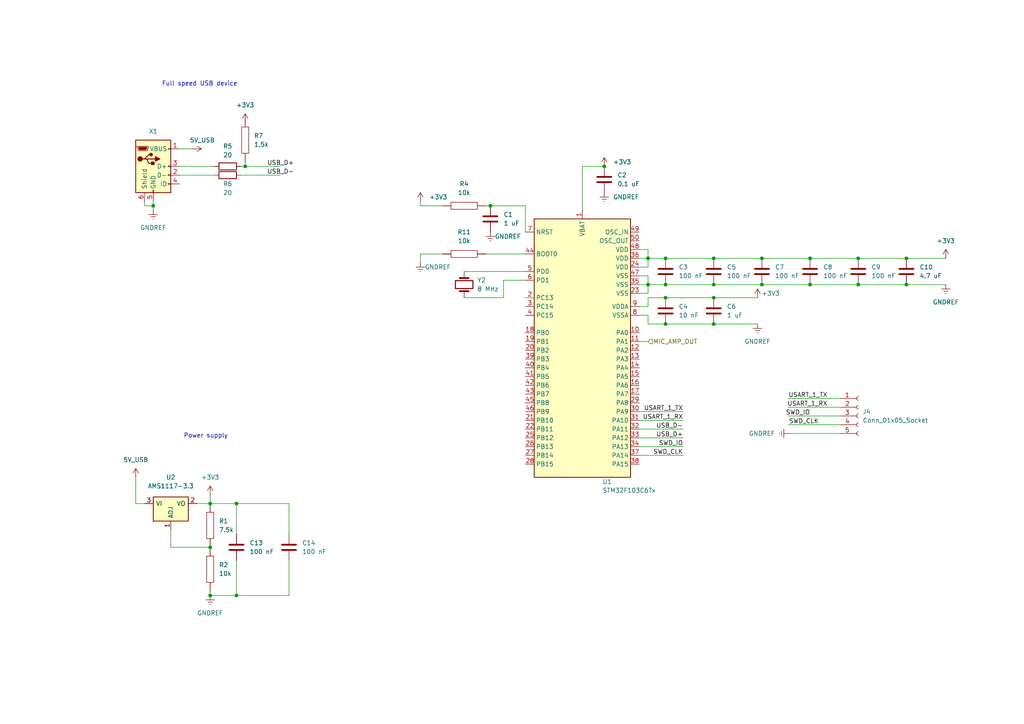
<source format=kicad_sch>
(kicad_sch (version 20231120) (generator "eeschema") (generator_version "8.0")
  (paper "A4")
  (lib_symbols
    (symbol "Connector:Conn_01x05_Socket" (pin_names (offset 1.016) hide)
      (property "Reference" "J" (at 0 7.62 0))
      (property "Value" "Conn_01x05_Socket" (at 0 -7.62 0))
      (symbol "Conn_01x05_Socket_1_1"
        (arc (start 0 -4.572) (mid -0.5058 -5.08) (end 0 -5.588) (stroke (width 0.1524)))
        (arc (start 0 -2.032) (mid -0.5058 -2.54) (end 0 -3.048) (stroke (width 0.1524)))
        (polyline (pts (xy -1.27 -5.08) (xy -0.508 -5.08)) (stroke (width 0.1524)))
        (polyline (pts (xy -1.27 -2.54) (xy -0.508 -2.54)) (stroke (width 0.1524)))
        (polyline (pts (xy -1.27 0) (xy -0.508 0)) (stroke (width 0.1524)))
        (polyline (pts (xy -1.27 2.54) (xy -0.508 2.54)) (stroke (width 0.1524)))
        (polyline (pts (xy -1.27 5.08) (xy -0.508 5.08)) (stroke (width 0.1524)))
        (arc (start 0 0.508) (mid -0.5058 0) (end 0 -0.508) (stroke (width 0.1524)))
        (arc (start 0 3.048) (mid -0.5058 2.54) (end 0 2.032) (stroke (width 0.1524)))
        (arc (start 0 5.588) (mid -0.5058 5.08) (end 0 4.572) (stroke (width 0.1524)))
        (pin passive line (at -5.08 5.08 0) (length 3.81) (name "Pin_1") (number "1"))
        (pin passive line (at -5.08 2.54 0) (length 3.81) (name "Pin_2") (number "2"))
        (pin passive line (at -5.08 0 0) (length 3.81) (name "Pin_3") (number "3"))
        (pin passive line (at -5.08 -2.54 0) (length 3.81) (name "Pin_4") (number "4"))
        (pin passive line (at -5.08 -5.08 0) (length 3.81) (name "Pin_5") (number "5"))
      )
    )
    (symbol "Connector:USB_B_Micro" (pin_names (offset 1.016))
      (property "Reference" "J" (at -5.08 11.43 0))
      (property "Value" "USB_B_Micro" (at -5.08 8.89 0))
      (symbol "USB_B_Micro_0_1"
        (rectangle (start -5.08 -7.62) (end 5.08 7.62) (stroke (width 0.254)) (fill (type background)))
        (circle (center -3.81 2.159) (radius 0.635) (stroke (width 0.254)) (fill (type outline)))
        (circle (center -0.635 3.429) (radius 0.381) (stroke (width 0.254)) (fill (type outline)))
        (rectangle (start -0.127 -7.62) (end 0.127 -6.858))
        (polyline (pts (xy -1.905 2.159) (xy 0.635 2.159)) (stroke (width 0.254)))
        (polyline (pts (xy -3.175 2.159) (xy -2.54 2.159) (xy -1.27 3.429) (xy -0.635 3.429)) (stroke (width 0.254)))
        (polyline (pts (xy -2.54 2.159) (xy -1.905 2.159) (xy -1.27 0.889) (xy 0 0.889)) (stroke (width 0.254)))
        (polyline (pts (xy 0.635 2.794) (xy 0.635 1.524) (xy 1.905 2.159) (xy 0.635 2.794)) (stroke (width 0.254)) (fill (type outline)))
        (polyline (pts (xy -4.318 5.588) (xy -1.778 5.588) (xy -2.032 4.826) (xy -4.064 4.826) (xy -4.318 5.588)) (fill (type outline)))
        (polyline (pts (xy -4.699 5.842) (xy -4.699 5.588) (xy -4.445 4.826) (xy -4.445 4.572) (xy -1.651 4.572) (xy -1.651 4.826) (xy -1.397 5.588) (xy -1.397 5.842) (xy -4.699 5.842)))
        (rectangle (start 0.254 1.27) (end -0.508 0.508) (stroke (width 0.254)) (fill (type outline)))
        (rectangle (start 5.08 -5.207) (end 4.318 -4.953))
        (rectangle (start 5.08 -2.667) (end 4.318 -2.413))
        (rectangle (start 5.08 -0.127) (end 4.318 0.127))
        (rectangle (start 5.08 4.953) (end 4.318 5.207))
      )
      (symbol "USB_B_Micro_1_1"
        (pin power_out line (at 7.62 5.08 180) (length 2.54) (name "VBUS") (number "1"))
        (pin bidirectional line (at 7.62 -2.54 180) (length 2.54) (name "D-") (number "2"))
        (pin bidirectional line (at 7.62 0 180) (length 2.54) (name "D+") (number "3"))
        (pin passive line (at 7.62 -5.08 180) (length 2.54) (name "ID") (number "4"))
        (pin power_out line (at 0 -10.16 90) (length 2.54) (name "GND") (number "5"))
        (pin passive line (at -2.54 -10.16 90) (length 2.54) (name "Shield") (number "6"))
      )
    )
    (symbol "Device:C" (pin_numbers hide) (pin_names (offset 0.254))
      (property "Reference" "C" (at 0.635 2.54 0))
      (property "Value" "C" (at 0.635 -2.54 0))
      (symbol "C_0_1"
        (polyline (pts (xy -2.032 -0.762) (xy 2.032 -0.762)) (stroke (width 0.508)))
        (polyline (pts (xy -2.032 0.762) (xy 2.032 0.762)) (stroke (width 0.508)))
      )
      (symbol "C_1_1"
        (pin passive line (at 0 3.81 270) (length 2.794) (name "~") (number "1"))
        (pin passive line (at 0 -3.81 90) (length 2.794) (name "~") (number "2"))
      )
    )
    (symbol "Device:Crystal" (pin_numbers hide) (pin_names (offset 1.016) hide)
      (property "Reference" "Y" (at 0 3.81 0))
      (property "Value" "Crystal" (at 0 -3.81 0))
      (symbol "Crystal_0_1"
        (rectangle (start -1.143 2.54) (end 1.143 -2.54) (stroke (width 0.3048)))
        (polyline (pts (xy -2.54 0) (xy -1.905 0)))
        (polyline (pts (xy -1.905 -1.27) (xy -1.905 1.27)) (stroke (width 0.508)))
        (polyline (pts (xy 1.905 -1.27) (xy 1.905 1.27)) (stroke (width 0.508)))
        (polyline (pts (xy 2.54 0) (xy 1.905 0)))
      )
      (symbol "Crystal_1_1"
        (pin passive line (at -3.81 0 0) (length 1.27) (name "1") (number "1"))
        (pin passive line (at 3.81 0 180) (length 1.27) (name "2") (number "2"))
      )
    )
    (symbol "Device:R" (pin_numbers hide) (pin_names (offset 0))
      (property "Reference" "R" (at 2.032 0 90))
      (property "Value" "R" (at 0 0 90))
      (symbol "R_0_1"
        (rectangle (start -1.016 -2.54) (end 1.016 2.54) (stroke (width 0.254)))
      )
      (symbol "R_1_1"
        (pin passive line (at 0 3.81 270) (length 1.27) (name "~") (number "1"))
        (pin passive line (at 0 -3.81 90) (length 1.27) (name "~") (number "2"))
      )
    )
    (symbol "MCU_ST_STM32F1:STM32F103C6Tx"
      (property "Reference" "U1" (at 4.5594 -38.1 0))
      (property "Value" "STM32F103C6Tx" (at 4.5594 -40.64 0))
      (symbol "STM32F103C6Tx_0_1"
        (rectangle (start -15.24 38.1) (end 12.7 -36.83) (stroke (width 0.254)) (fill (type background)))
      )
      (symbol "STM32F103C6Tx_1_1"
        (pin power_in line (at -1.27 40.64 270) (length 2.54) (name "VBAT") (number "1"))
        (pin bidirectional line (at 15.24 5.08 180) (length 2.54) (name "PA0") (number "10"))
        (pin bidirectional line (at 15.24 2.54 180) (length 2.54) (name "PA1") (number "11"))
        (pin bidirectional line (at 15.24 0 180) (length 2.54) (name "PA2") (number "12"))
        (pin bidirectional line (at 15.24 -2.54 180) (length 2.54) (name "PA3") (number "13"))
        (pin bidirectional line (at 15.24 -5.08 180) (length 2.54) (name "PA4") (number "14"))
        (pin bidirectional line (at 15.24 -7.62 180) (length 2.54) (name "PA5") (number "15"))
        (pin bidirectional line (at 15.24 -10.16 180) (length 2.54) (name "PA6") (number "16"))
        (pin bidirectional line (at 15.24 -12.7 180) (length 2.54) (name "PA7") (number "17"))
        (pin bidirectional line (at -17.78 5.08 0) (length 2.54) (name "PB0") (number "18"))
        (pin bidirectional line (at -17.78 2.54 0) (length 2.54) (name "PB1") (number "19"))
        (pin bidirectional line (at -17.78 15.24 0) (length 2.54) (name "PC13") (number "2"))
        (pin bidirectional line (at -17.78 0 0) (length 2.54) (name "PB2") (number "20"))
        (pin bidirectional line (at -17.78 -20.32 0) (length 2.54) (name "PB10") (number "21"))
        (pin bidirectional line (at -17.78 -22.86 0) (length 2.54) (name "PB11") (number "22"))
        (pin power_in line (at 15.24 16.51 180) (length 2.54) (name "VSS") (number "23"))
        (pin power_in line (at 15.24 24.13 180) (length 2.54) (name "VDD") (number "24"))
        (pin bidirectional line (at -17.78 -25.4 0) (length 2.54) (name "PB12") (number "25"))
        (pin bidirectional line (at -17.78 -27.94 0) (length 2.54) (name "PB13") (number "26"))
        (pin bidirectional line (at -17.78 -30.48 0) (length 2.54) (name "PB14") (number "27"))
        (pin bidirectional line (at -17.78 -33.02 0) (length 2.54) (name "PB15") (number "28"))
        (pin bidirectional line (at 15.24 -15.24 180) (length 2.54) (name "PA8") (number "29"))
        (pin bidirectional line (at -17.78 12.7 0) (length 2.54) (name "PC14") (number "3"))
        (pin bidirectional line (at 15.24 -17.78 180) (length 2.54) (name "PA9") (number "30"))
        (pin bidirectional line (at 15.24 -20.32 180) (length 2.54) (name "PA10") (number "31"))
        (pin bidirectional line (at 15.24 -22.86 180) (length 2.54) (name "PA11") (number "32"))
        (pin bidirectional line (at 15.24 -25.4 180) (length 2.54) (name "PA12") (number "33"))
        (pin bidirectional line (at 15.24 -27.94 180) (length 2.54) (name "PA13") (number "34"))
        (pin power_in line (at 15.24 19.05 180) (length 2.54) (name "VSS") (number "35"))
        (pin power_in line (at 15.24 26.67 180) (length 2.54) (name "VDD") (number "36"))
        (pin bidirectional line (at 15.24 -30.48 180) (length 2.54) (name "PA14") (number "37"))
        (pin bidirectional line (at 15.24 -33.02 180) (length 2.54) (name "PA15") (number "38"))
        (pin bidirectional line (at -17.78 -2.54 0) (length 2.54) (name "PB3") (number "39"))
        (pin bidirectional line (at -17.78 10.16 0) (length 2.54) (name "PC15") (number "4"))
        (pin bidirectional line (at -17.78 -5.08 0) (length 2.54) (name "PB4") (number "40"))
        (pin bidirectional line (at -17.78 -7.62 0) (length 2.54) (name "PB5") (number "41"))
        (pin bidirectional line (at -17.78 -10.16 0) (length 2.54) (name "PB6") (number "42"))
        (pin bidirectional line (at -17.78 -12.7 0) (length 2.54) (name "PB7") (number "43"))
        (pin input line (at -17.78 27.94 0) (length 2.54) (name "BOOT0") (number "44"))
        (pin bidirectional line (at -17.78 -15.24 0) (length 2.54) (name "PB8") (number "45"))
        (pin bidirectional line (at -17.78 -17.78 0) (length 2.54) (name "PB9") (number "46"))
        (pin power_in line (at 15.24 21.59 180) (length 2.54) (name "VSS") (number "47"))
        (pin power_in line (at 15.24 29.21 180) (length 2.54) (name "VDD") (number "48"))
        (pin input line (at 15.24 34.29 180) (length 2.54) (name "OSC_IN") (number "49"))
        (pin input line (at -17.78 22.86 0) (length 2.54) (name "PD0") (number "5"))
        (pin output line (at 15.24 31.75 180) (length 2.54) (name "OSC_OUT") (number "50"))
        (pin input line (at -17.78 20.32 0) (length 2.54) (name "PD1") (number "6"))
        (pin input line (at -17.78 34.29 0) (length 2.54) (name "NRST") (number "7"))
        (pin power_in line (at 15.24 10.16 180) (length 2.54) (name "VSSA") (number "8"))
        (pin power_in line (at 15.24 12.7 180) (length 2.54) (name "VDDA") (number "9"))
      )
    )
    (symbol "Regulator_Linear:AMS1117" (pin_names (offset 0.762))
      (property "Reference" "U" (at -3.81 3.175 0))
      (property "Value" "AMS1117" (at 0 3.175 0))
      (symbol "AMS1117_0_1"
        (rectangle (start -5.08 -5.08) (end 5.08 1.905) (stroke (width 0.254)) (fill (type background)))
      )
      (symbol "AMS1117_1_1"
        (pin input line (at 0 -7.62 90) (length 2.54) (name "ADJ") (number "1"))
        (pin power_out line (at 7.62 0 180) (length 2.54) (name "VO") (number "2"))
        (pin power_in line (at -7.62 0 0) (length 2.54) (name "VI") (number "3"))
      )
    )
    (symbol "power:+3V3" (power) (pin_names (offset 0))
      (property "Value" "+3V3" (at 0 3.556 0))
      (symbol "+3V3_0_1"
        (polyline (pts (xy -0.762 1.27) (xy 0 2.54)))
        (polyline (pts (xy 0 0) (xy 0 2.54)))
        (polyline (pts (xy 0 2.54) (xy 0.762 1.27)))
      )
      (symbol "+3V3_1_1"
        (pin power_in line (at 0 0 90) (length 0) hide (name "+3V3") (number "1"))
      )
    )
    (symbol "power:GNDREF" (power) (pin_names (offset 0))
      (property "Value" "GNDREF" (at 0 -3.81 0))
      (symbol "GNDREF_0_1"
        (polyline (pts (xy -0.635 -1.905) (xy 0.635 -1.905)))
        (polyline (pts (xy -0.127 -2.54) (xy 0.127 -2.54)))
        (polyline (pts (xy 0 -1.27) (xy 0 0)))
        (polyline (pts (xy 1.27 -1.27) (xy -1.27 -1.27)))
      )
      (symbol "GNDREF_1_1"
        (pin power_in line (at 0 0 270) (length 0) hide (name "GNDREF") (number "1"))
      )
    )
    (symbol "power:VCC" (power) (pin_names (offset 0))
      (property "Value" "VCC" (at 0 3.81 0))
      (symbol "VCC_0_1"
        (polyline (pts (xy -0.762 1.27) (xy 0 2.54)))
        (polyline (pts (xy 0 0) (xy 0 2.54)))
        (polyline (pts (xy 0 2.54) (xy 0.762 1.27)))
      )
      (symbol "VCC_1_1"
        (pin power_in line (at 0 0 90) (length 0) hide (name "VCC") (number "1"))
      )
    )
    (symbol "pspice:R" (pin_numbers hide) (pin_names (offset 0))
      (property "Reference" "R" (at 2.032 0 90))
      (property "Value" "R" (at 0 0 90))
      (symbol "R_0_1"
        (rectangle (start -1.016 3.81) (end 1.016 -3.81))
      )
      (symbol "R_1_1"
        (pin passive line (at 0 6.35 270) (length 2.54) (name "~") (number "1"))
        (pin passive line (at 0 -6.35 90) (length 2.54) (name "~") (number "2"))
      )
    )
  )
  (junction (at 193.04 93.98))
  (junction (at 60.96 172.72))
  (junction (at 193.04 86.36))
  (junction (at 193.04 82.55))
  (junction (at 234.95 82.55))
  (junction (at 142.24 59.69))
  (junction (at 60.96 146.05))
  (junction (at 68.58 146.05))
  (junction (at 175.26 48.26))
  (junction (at 262.89 74.93))
  (junction (at 248.92 74.93))
  (junction (at 193.04 74.93))
  (junction (at 234.95 74.93))
  (junction (at 207.01 93.98))
  (junction (at 207.01 86.36))
  (junction (at 44.45 59.69))
  (junction (at 220.98 82.55))
  (junction (at 60.96 158.75))
  (junction (at 262.89 82.55))
  (junction (at 71.12 48.26))
  (junction (at 187.96 82.55))
  (junction (at 207.01 82.55))
  (junction (at 220.98 74.93))
  (junction (at 207.01 74.93))
  (junction (at 187.96 74.93))
  (junction (at 68.58 172.72))
  (junction (at 248.92 82.55))
  (wire (pts (xy 193.04 93.98) (xy 207.01 93.98)))
  (wire (pts (xy 185.42 129.54) (xy 198.12 129.54)))
  (wire (pts (xy 57.15 146.05) (xy 60.96 146.05)))
  (wire (pts (xy 121.92 59.69) (xy 128.27 59.69)))
  (wire (pts (xy 187.96 91.44) (xy 185.42 91.44)))
  (wire (pts (xy 187.96 80.01) (xy 187.96 82.55)))
  (wire (pts (xy 60.96 172.72) (xy 60.96 171.45)))
  (wire (pts (xy 207.01 93.98) (xy 219.71 93.98)))
  (wire (pts (xy 71.12 46.99) (xy 71.12 48.26)))
  (wire (pts (xy 49.53 153.67) (xy 49.53 158.75)))
  (wire (pts (xy 41.91 58.42) (xy 41.91 59.69)))
  (wire (pts (xy 60.96 146.05) (xy 68.58 146.05)))
  (wire (pts (xy 234.95 74.93) (xy 248.92 74.93)))
  (wire (pts (xy 187.96 74.93) (xy 187.96 72.39)))
  (wire (pts (xy 185.42 80.01) (xy 187.96 80.01)))
  (wire (pts (xy 187.96 88.9) (xy 187.96 86.36)))
  (wire (pts (xy 187.96 82.55) (xy 187.96 85.09)))
  (wire (pts (xy 228.6 123.19) (xy 243.84 123.19)))
  (wire (pts (xy 44.45 58.42) (xy 44.45 59.69)))
  (wire (pts (xy 185.42 127) (xy 198.12 127)))
  (wire (pts (xy 140.97 59.69) (xy 142.24 59.69)))
  (wire (pts (xy 52.07 50.8) (xy 62.23 50.8)))
  (wire (pts (xy 168.91 60.96) (xy 168.91 48.26)))
  (wire (pts (xy 121.92 58.42) (xy 121.92 59.69)))
  (wire (pts (xy 71.12 34.29) (xy 71.12 35.56)))
  (wire (pts (xy 185.42 99.06) (xy 187.96 99.06)))
  (wire (pts (xy 52.07 48.26) (xy 62.23 48.26)))
  (wire (pts (xy 193.04 74.93) (xy 207.01 74.93)))
  (wire (pts (xy 185.42 82.55) (xy 187.96 82.55)))
  (wire (pts (xy 152.4 59.69) (xy 152.4 67.31)))
  (wire (pts (xy 228.6 115.57) (xy 243.84 115.57)))
  (wire (pts (xy 193.04 82.55) (xy 207.01 82.55)))
  (wire (pts (xy 185.42 77.47) (xy 187.96 77.47)))
  (wire (pts (xy 152.4 73.66) (xy 140.97 73.66)))
  (wire (pts (xy 69.85 48.26) (xy 71.12 48.26)))
  (wire (pts (xy 187.96 86.36) (xy 193.04 86.36)))
  (wire (pts (xy 248.92 74.93) (xy 262.89 74.93)))
  (wire (pts (xy 146.05 86.36) (xy 146.05 81.28)))
  (wire (pts (xy 168.91 48.26) (xy 175.26 48.26)))
  (wire (pts (xy 187.96 82.55) (xy 193.04 82.55)))
  (wire (pts (xy 185.42 132.08) (xy 198.12 132.08)))
  (wire (pts (xy 39.37 146.05) (xy 41.91 146.05)))
  (wire (pts (xy 228.6 118.11) (xy 243.84 118.11)))
  (wire (pts (xy 68.58 146.05) (xy 83.82 146.05)))
  (wire (pts (xy 207.01 86.36) (xy 219.71 86.36)))
  (wire (pts (xy 185.42 124.46) (xy 198.12 124.46)))
  (wire (pts (xy 68.58 172.72) (xy 83.82 172.72)))
  (wire (pts (xy 68.58 146.05) (xy 68.58 154.94)))
  (wire (pts (xy 60.96 146.05) (xy 60.96 143.51)))
  (wire (pts (xy 60.96 172.72) (xy 68.58 172.72)))
  (wire (pts (xy 187.96 74.93) (xy 193.04 74.93)))
  (wire (pts (xy 41.91 59.69) (xy 44.45 59.69)))
  (wire (pts (xy 228.6 125.73) (xy 243.84 125.73)))
  (wire (pts (xy 44.45 59.69) (xy 44.45 60.96)))
  (wire (pts (xy 187.96 93.98) (xy 193.04 93.98)))
  (wire (pts (xy 83.82 146.05) (xy 83.82 154.94)))
  (wire (pts (xy 187.96 72.39) (xy 185.42 72.39)))
  (wire (pts (xy 185.42 121.92) (xy 198.12 121.92)))
  (wire (pts (xy 185.42 119.38) (xy 198.12 119.38)))
  (wire (pts (xy 152.4 86.36) (xy 154.94 86.36)))
  (wire (pts (xy 234.95 82.55) (xy 248.92 82.55)))
  (wire (pts (xy 185.42 74.93) (xy 187.96 74.93)))
  (wire (pts (xy 68.58 162.56) (xy 68.58 172.72)))
  (wire (pts (xy 134.62 86.36) (xy 146.05 86.36)))
  (wire (pts (xy 248.92 82.55) (xy 262.89 82.55)))
  (wire (pts (xy 69.85 50.8) (xy 81.28 50.8)))
  (wire (pts (xy 39.37 138.43) (xy 39.37 146.05)))
  (wire (pts (xy 187.96 88.9) (xy 185.42 88.9)))
  (wire (pts (xy 262.89 74.93) (xy 274.32 74.93)))
  (wire (pts (xy 71.12 48.26) (xy 81.28 48.26)))
  (wire (pts (xy 49.53 158.75) (xy 60.96 158.75)))
  (wire (pts (xy 228.6 120.65) (xy 243.84 120.65)))
  (wire (pts (xy 55.88 43.18) (xy 52.07 43.18)))
  (wire (pts (xy 262.89 82.55) (xy 274.32 82.55)))
  (wire (pts (xy 187.96 91.44) (xy 187.96 93.98)))
  (wire (pts (xy 83.82 162.56) (xy 83.82 172.72)))
  (wire (pts (xy 193.04 86.36) (xy 207.01 86.36)))
  (wire (pts (xy 187.96 85.09) (xy 185.42 85.09)))
  (wire (pts (xy 207.01 74.93) (xy 220.98 74.93)))
  (wire (pts (xy 220.98 82.55) (xy 234.95 82.55)))
  (wire (pts (xy 146.05 81.28) (xy 152.4 81.28)))
  (wire (pts (xy 142.24 59.69) (xy 152.4 59.69)))
  (wire (pts (xy 187.96 77.47) (xy 187.96 74.93)))
  (wire (pts (xy 134.62 78.74) (xy 152.4 78.74)))
  (wire (pts (xy 220.98 74.93) (xy 234.95 74.93)))
  (wire (pts (xy 128.27 73.66) (xy 121.92 73.66)))
  (wire (pts (xy 207.01 82.55) (xy 220.98 82.55)))
  (wire (pts (xy 121.92 73.66) (xy 121.92 76.2)))
  (text "Full speed USB device" (at 57.912 24.384 0) (effects (font (size 1.27 1.27))))
  (text "Power supply" (at 59.69 126.492 0) (effects (font (size 1.27 1.27))))
  (label "USART_1_RX" (at 198.12 121.92 180))
  (label "USART_1_TX" (at 240.03 115.57 180))
  (label "USB_D-" (at 77.47 50.8 0))
  (label "USART_1_RX" (at 240.03 118.11 180))
  (label "SWD_IO" (at 198.12 129.54 180))
  (label "USART_1_TX" (at 198.12 119.38 180))
  (label "USB_D+" (at 77.47 48.26 0))
  (label "SWD_IO" (at 234.95 120.65 180))
  (label "USB_D-" (at 198.12 124.46 180))
  (label "SWD_CLK" (at 237.49 123.19 180))
  (label "SWD_CLK" (at 198.12 132.08 180))
  (label "USB_D+" (at 198.12 127 180))
  (hierarchical_label "MIC_AMP_OUT" (shape input) (at 187.96 99.06 0))
  (symbol (lib_id "power:GNDREF") (at 175.26 55.88 0) (unit 1)
    (property "Reference" "#PWR017" (effects (hide yes)))
    (property "Value" "GNDREF" (at 177.8 57.1499 0) (effects (justify left)))
  )
  (symbol (lib_id "power:VCC") (at 39.37 138.43 0) (unit 1)
    (property "Reference" "#PWR024" (effects (hide yes)))
    (property "Value" "5V_USB" (at 39.37 133.35 0))
  )
  (symbol (lib_id "Device:C") (at 68.58 158.75 0) (unit 1)
    (property "Reference" "C13" (at 72.39 157.4799 0) (effects (justify left)))
    (property "Value" "100 nF" (at 72.39 160.0199 0) (effects (justify left)))
    (property "Footprint" "Capacitor_THT:C_Disc_D4.7mm_W2.5mm_P5.00mm" (effects (hide yes)))
  )
  (symbol (lib_id "Device:R") (at 66.04 50.8 90) (unit 1)
    (property "Reference" "R6" (at 66.04 53.34 90))
    (property "Value" "20" (at 66.04 55.88 90))
    (property "Footprint" "Resistor_THT:R_Axial_DIN0207_L6.3mm_D2.5mm_P10.16mm_Horizontal" (effects (hide yes)))
    (property "Description" "Resistor" (effects (hide yes)))
  )
  (symbol (lib_id "power:GNDREF") (at 219.71 93.98 0) (unit 1)
    (property "Reference" "#PWR019" (effects (hide yes)))
    (property "Value" "GNDREF" (at 219.71 99.06 0))
  )
  (symbol (lib_id "Device:C") (at 175.26 52.07 0) (unit 1)
    (property "Reference" "C2" (at 179.07 50.7999 0) (effects (justify left)))
    (property "Value" "0.1 uF" (at 179.07 53.3399 0) (effects (justify left)))
    (property "Footprint" "Capacitor_THT:C_Disc_D4.7mm_W2.5mm_P5.00mm" (effects (hide yes)))
  )
  (symbol (lib_id "power:+3V3") (at 274.32 74.93 0) (unit 1)
    (property "Reference" "#PWR020" (effects (hide yes)))
    (property "Value" "+3V3" (at 274.32 69.85 0))
  )
  (symbol (lib_id "pspice:R") (at 134.62 59.69 90) (unit 1)
    (property "Reference" "R4" (at 134.62 53.34 90))
    (property "Value" "10k" (at 134.62 55.88 90))
    (property "Footprint" "Resistor_THT:R_Axial_DIN0207_L6.3mm_D2.5mm_P10.16mm_Horizontal" (effects (hide yes)))
  )
  (symbol (lib_id "power:VCC") (at 55.88 43.18 270) (unit 1)
    (property "Reference" "#PWR022" (effects (hide yes)))
    (property "Value" "5V_USB" (at 58.674 40.64 90))
  )
  (symbol (lib_id "pspice:R") (at 60.96 152.4 0) (unit 1)
    (property "Reference" "R1" (at 63.5 151.1299 0) (effects (justify left)))
    (property "Value" "7.5k" (at 63.5 153.6699 0) (effects (justify left)))
    (property "Footprint" "Resistor_THT:R_Axial_DIN0207_L6.3mm_D2.5mm_P10.16mm_Horizontal" (effects (hide yes)))
  )
  (symbol (lib_id "power:GNDREF") (at 274.32 82.55 0) (unit 1)
    (property "Reference" "#PWR021" (effects (hide yes)))
    (property "Value" "GNDREF" (at 274.32 87.63 0))
  )
  (symbol (lib_id "power:GNDREF") (at 228.6 125.73 270) (unit 1)
    (property "Reference" "#PWR030" (effects (hide yes)))
    (property "Value" "GNDREF" (at 224.79 125.7299 90) (effects (justify right)))
  )
  (symbol (lib_id "power:GNDREF") (at 60.96 172.72 0) (unit 1)
    (property "Reference" "#PWR026" (effects (hide yes)))
    (property "Value" "GNDREF" (at 60.96 177.8 0))
  )
  (symbol (lib_id "Device:C") (at 234.95 78.74 0) (unit 1)
    (property "Reference" "C8" (at 238.76 77.4699 0) (effects (justify left)))
    (property "Value" "100 nF" (at 238.76 80.0099 0) (effects (justify left)))
    (property "Footprint" "Capacitor_THT:C_Disc_D4.7mm_W2.5mm_P5.00mm" (effects (hide yes)))
  )
  (symbol (lib_id "Device:C") (at 207.01 90.17 0) (unit 1)
    (property "Reference" "C6" (at 210.82 88.8999 0) (effects (justify left)))
    (property "Value" "1 uF" (at 210.82 91.4399 0) (effects (justify left)))
    (property "Footprint" "Capacitor_THT:C_Disc_D4.7mm_W2.5mm_P5.00mm" (effects (hide yes)))
  )
  (symbol (lib_id "power:+3V3") (at 71.12 35.56 0) (unit 1)
    (property "Reference" "#PWR023" (effects (hide yes)))
    (property "Value" "+3V3" (at 71.12 30.48 0))
  )
  (symbol (lib_id "pspice:R") (at 134.62 73.66 90) (unit 1)
    (property "Reference" "R11" (at 134.62 67.31 90))
    (property "Value" "10k" (at 134.62 69.85 90))
    (property "Footprint" "Resistor_THT:R_Axial_DIN0207_L6.3mm_D2.5mm_P10.16mm_Horizontal" (effects (hide yes)))
  )
  (symbol (lib_id "Device:C") (at 193.04 78.74 0) (unit 1)
    (property "Reference" "C3" (at 196.85 77.4699 0) (effects (justify left)))
    (property "Value" "100 nF" (at 196.85 80.0099 0) (effects (justify left)))
    (property "Footprint" "Capacitor_THT:C_Disc_D4.7mm_W2.5mm_P5.00mm" (effects (hide yes)))
  )
  (symbol (lib_id "MCU_ST_STM32F1:STM32F103C6Tx") (at 170.18 101.6 0) (unit 1)
    (property "Reference" "U1" (at 174.7394 139.7 0) (effects (justify left)))
    (property "Value" "STM32F103C6Tx" (at 174.7394 142.24 0) (effects (justify left)))
    (property "Footprint" "Package_QFP:LQFP-48_7x7mm_P0.5mm" (effects (hide yes)))
    (property "Datasheet" "http://www.st.com/st-web-ui/static/active/en/resource/technical/document/datasheet/CD00210843.pdf" (effects (hide yes)))
  )
  (symbol (lib_id "power:+3V3") (at 175.26 48.26 0) (unit 1)
    (property "Reference" "#PWR016" (effects (hide yes)))
    (property "Value" "+3V3" (at 177.8 46.9899 0) (effects (justify left)))
  )
  (symbol (lib_id "Device:C") (at 248.92 78.74 0) (unit 1)
    (property "Reference" "C9" (at 252.73 77.4699 0) (effects (justify left)))
    (property "Value" "100 nF" (at 252.73 80.0099 0) (effects (justify left)))
    (property "Footprint" "Capacitor_THT:C_Disc_D4.7mm_W2.5mm_P5.00mm" (effects (hide yes)))
  )
  (symbol (lib_id "Device:C") (at 262.89 78.74 0) (unit 1)
    (property "Reference" "C10" (at 266.7 77.4699 0) (effects (justify left)))
    (property "Value" "4.7 uF" (at 266.7 80.0099 0) (effects (justify left)))
    (property "Footprint" "Capacitor_THT:C_Disc_D4.7mm_W2.5mm_P5.00mm" (effects (hide yes)))
  )
  (symbol (lib_id "pspice:R") (at 71.12 40.64 180) (unit 1)
    (property "Reference" "R7" (at 73.66 39.3699 0) (effects (justify right)))
    (property "Value" "1,5k" (at 73.66 41.9099 0) (effects (justify right)))
    (property "Footprint" "Resistor_THT:R_Axial_DIN0207_L6.3mm_D2.5mm_P10.16mm_Horizontal" (effects (hide yes)))
  )
  (symbol (lib_id "Device:R") (at 66.04 48.26 90) (unit 1)
    (property "Reference" "R5" (at 66.04 42.418 90))
    (property "Value" "20" (at 66.04 44.958 90))
    (property "Footprint" "Resistor_THT:R_Axial_DIN0207_L6.3mm_D2.5mm_P10.16mm_Horizontal" (effects (hide yes)))
    (property "Description" "Resistor" (effects (hide yes)))
  )
  (symbol (lib_id "power:+3V3") (at 60.96 143.51 0) (unit 1)
    (property "Reference" "#PWR025" (effects (hide yes)))
    (property "Value" "+3V3" (at 60.96 138.43 0))
  )
  (symbol (lib_id "power:GNDREF") (at 44.45 60.96 0) (unit 1)
    (property "Reference" "#PWR08" (effects (hide yes)))
    (property "Value" "GNDREF" (at 44.45 66.04 0))
  )
  (symbol (lib_id "Regulator_Linear:AMS1117") (at 49.53 146.05 0) (unit 1)
    (property "Reference" "U2" (at 49.53 138.43 0))
    (property "Value" "AMS1117-3.3" (at 49.53 140.97 0))
    (property "Footprint" "Package_TO_SOT_SMD:SOT-223-3_TabPin2" (effects (hide yes)))
    (property "Datasheet" "http://www.advanced-monolithic.com/pdf/ds1117.pdf" (effects (hide yes)))
  )
  (symbol (lib_id "pspice:R") (at 60.96 165.1 0) (unit 1)
    (property "Reference" "R2" (at 63.5 163.8299 0) (effects (justify left)))
    (property "Value" "10k" (at 63.5 166.3699 0) (effects (justify left)))
    (property "Footprint" "Resistor_THT:R_Axial_DIN0207_L6.3mm_D2.5mm_P10.16mm_Horizontal" (effects (hide yes)))
  )
  (symbol (lib_id "power:+3V3") (at 121.92 58.42 0) (unit 1)
    (property "Reference" "#PWR01" (effects (hide yes)))
    (property "Value" "+3V3" (at 124.46 57.1499 0) (effects (justify left)))
  )
  (symbol (lib_id "Device:C") (at 142.24 63.5 0) (unit 1)
    (property "Reference" "C1" (at 146.05 62.2299 0) (effects (justify left)))
    (property "Value" "1 uF" (at 146.05 64.7699 0) (effects (justify left)))
    (property "Footprint" "Capacitor_THT:C_Disc_D4.7mm_W2.5mm_P5.00mm" (effects (hide yes)))
  )
  (symbol (lib_id "power:GNDREF") (at 142.24 67.31 0) (unit 1)
    (property "Reference" "#PWR09" (effects (hide yes)))
    (property "Value" "GNDREF" (at 143.51 68.58 0) (effects (justify left)))
  )
  (symbol (lib_id "Device:C") (at 83.82 158.75 0) (unit 1)
    (property "Reference" "C14" (at 87.63 157.4799 0) (effects (justify left)))
    (property "Value" "100 nF" (at 87.63 160.0199 0) (effects (justify left)))
    (property "Footprint" "Capacitor_THT:C_Disc_D4.7mm_W2.5mm_P5.00mm" (effects (hide yes)))
  )
  (symbol (lib_id "Device:C") (at 193.04 90.17 0) (unit 1)
    (property "Reference" "C4" (at 196.85 88.8999 0) (effects (justify left)))
    (property "Value" "10 nF" (at 196.85 91.4399 0) (effects (justify left)))
    (property "Footprint" "Capacitor_THT:C_Disc_D4.7mm_W2.5mm_P5.00mm" (effects (hide yes)))
  )
  (symbol (lib_id "Device:C") (at 220.98 78.74 0) (unit 1)
    (property "Reference" "C7" (at 224.79 77.4699 0) (effects (justify left)))
    (property "Value" "100 nF" (at 224.79 80.0099 0) (effects (justify left)))
    (property "Footprint" "Capacitor_THT:C_Disc_D4.7mm_W2.5mm_P5.00mm" (effects (hide yes)))
  )
  (symbol (lib_id "power:GNDREF") (at 121.92 76.2 0) (unit 1)
    (property "Reference" "#PWR02" (effects (hide yes)))
    (property "Value" "GNDREF" (at 123.19 77.47 0) (effects (justify left)))
  )
  (symbol (lib_id "Device:C") (at 207.01 78.74 0) (unit 1)
    (property "Reference" "C5" (at 210.82 77.4699 0) (effects (justify left)))
    (property "Value" "100 nF" (at 210.82 80.0099 0) (effects (justify left)))
    (property "Footprint" "Capacitor_THT:C_Disc_D4.7mm_W2.5mm_P5.00mm" (effects (hide yes)))
  )
  (symbol (lib_id "Connector:USB_B_Micro") (at 44.45 48.26 0) (unit 1)
    (property "Reference" "X1" (at 44.45 38.1 0))
    (property "Value" "USB_B_Micro" (effects (hide yes)))
    (property "Footprint" "Connector_USB:USB_Mini-B_Lumberg_2486_01_Horizontal" (effects (hide yes)))
  )
  (symbol (lib_id "power:+3V3") (at 219.71 86.36 0) (unit 1)
    (property "Reference" "#PWR018" (effects (hide yes)))
    (property "Value" "+3V3" (at 223.52 85.09 0))
  )
  (symbol (lib_id "Connector:Conn_01x05_Socket") (at 248.92 120.65 0) (unit 1)
    (property "Reference" "J4" (at 250.19 119.3799 0) (effects (justify left)))
    (property "Value" "Conn_01x05_Socket" (at 250.19 121.9199 0) (effects (justify left)))
    (property "Footprint" "Connector_PinHeader_2.00mm:PinHeader_1x05_P2.00mm_Vertical" (effects (hide yes)))
    (property "Description" "Generic connector, single row, 01x05, script generated" (effects (hide yes)))
  )
  (symbol (lib_id "Device:Crystal") (at 134.62 82.55 270) (unit 1)
    (property "Reference" "Y2" (at 138.43 81.2799 90) (effects (justify left)))
    (property "Value" "8 MHz" (at 138.43 83.8199 90) (effects (justify left)))
    (property "Footprint" "Crystal:Resonator-2Pin_W6.0mm_H3.0mm" (effects (hide yes)))
    (property "Description" "Two pin crystal" (effects (hide yes)))
  )
)
</source>
